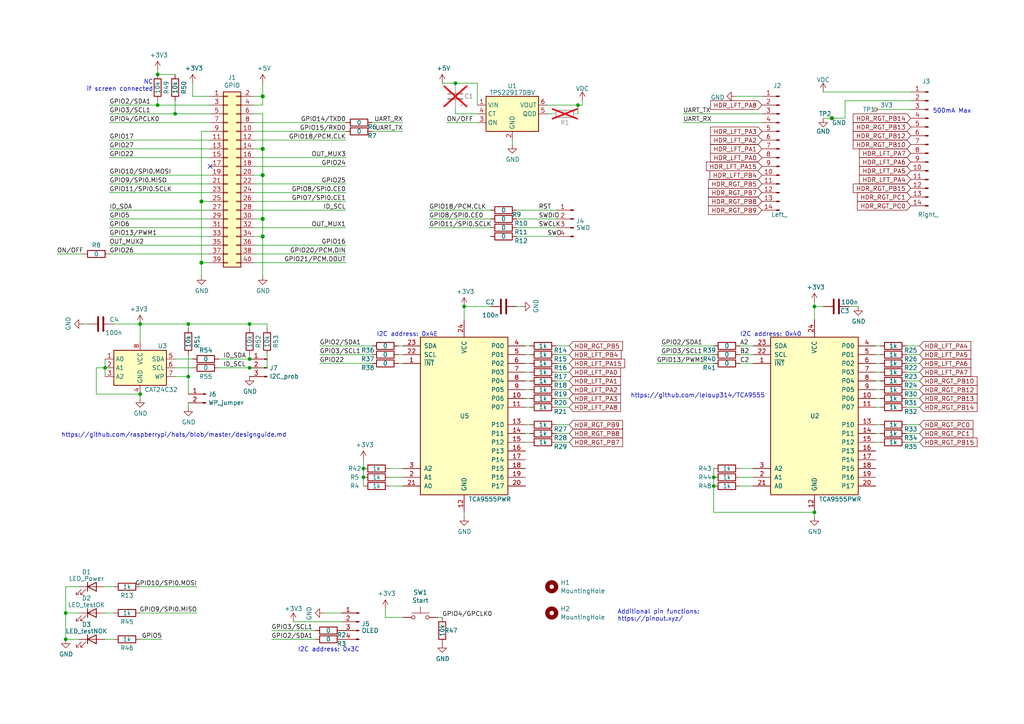
<source format=kicad_sch>
(kicad_sch (version 20230121) (generator eeschema)
  (paper "A4")
  (title_block (date "15 nov 2012"))
  (junction (at 236.22 88.9))
  (junction (at 76.2 27.94) (diameter 1.016))
  (junction (at 76.2 43.18) (diameter 1.016))
  (junction (at 45.72 21.59))
  (junction (at 30.48 106.68))
  (junction (at 40.64 93.98))
  (junction (at 72.39 106.68))
  (junction (at 54.61 93.98))
  (junction (at 236.22 148.59))
  (junction (at 207.01 138.43))
  (junction (at 50.8 33.02))
  (junction (at 58.42 76.2) (diameter 1.016))
  (junction (at 19.05 185.42))
  (junction (at 105.41 135.89))
  (junction (at 58.42 58.42) (diameter 1.016))
  (junction (at 19.05 177.8))
  (junction (at 45.72 30.48))
  (junction (at 54.61 109.22))
  (junction (at 132.08 24.13))
  (junction (at 76.2 68.58) (diameter 1.016))
  (junction (at 40.64 114.3))
  (junction (at 76.2 63.5) (diameter 1.016))
  (junction (at 167.64 30.48))
  (junction (at 72.39 104.14))
  (junction (at 76.2 50.8) (diameter 1.016))
  (junction (at 207.01 140.97))
  (junction (at 241.3 34.29))
  (junction (at 105.41 138.43))
  (junction (at 134.62 88.9))
  (junction (at 72.39 93.98))
  (no_connect (at 60.96 48.26))
  (wire (pts (xy 58.42 58.42) (xy 58.42 76.2)))
  (wire (pts (xy 214.63 140.97) (xy 218.44 140.97)))
  (wire (pts (xy 73.66 58.42) (xy 100.33 58.42)))
  (wire (pts (xy 46.99 185.42) (xy 40.64 185.42)))
  (wire (pts (xy 19.05 177.8) (xy 22.86 177.8)))
  (wire (pts (xy 60.96 40.64) (xy 31.75 40.64)))
  (wire (pts (xy 158.75 33.02) (xy 160.02 33.02)))
  (wire (pts (xy 33.02 185.42) (xy 30.48 185.42)))
  (wire (pts (xy 25.4 93.98) (xy 24.13 93.98)))
  (wire (pts (xy 111.76 179.07) (xy 111.76 176.53)))
  (wire (pts (xy 236.22 149.86) (xy 236.22 148.59)))
  (wire (pts (xy 76.2 33.02) (xy 76.2 43.18)))
  (wire (pts (xy 149.86 63.5) (xy 161.29 63.5)))
  (wire (pts (xy 76.2 50.8) (xy 73.66 50.8)))
  (wire (pts (xy 113.03 140.97) (xy 116.84 140.97)))
  (wire (pts (xy 50.8 29.21) (xy 50.8 33.02)))
  (wire (pts (xy 207.01 148.59) (xy 207.01 140.97)))
  (wire (pts (xy 214.63 100.33) (xy 218.44 100.33)))
  (wire (pts (xy 134.62 148.59) (xy 134.62 149.86)))
  (wire (pts (xy 113.03 135.89) (xy 116.84 135.89)))
  (wire (pts (xy 107.95 38.1) (xy 116.84 38.1)))
  (wire (pts (xy 76.2 63.5) (xy 76.2 68.58)))
  (wire (pts (xy 50.8 106.68) (xy 55.88 106.68)))
  (wire (pts (xy 45.72 21.59) (xy 50.8 21.59)))
  (wire (pts (xy 45.72 20.32) (xy 45.72 21.59)))
  (wire (pts (xy 266.7 113.03) (xy 262.89 113.03)))
  (wire (pts (xy 207.01 138.43) (xy 207.01 140.97)))
  (wire (pts (xy 76.2 50.8) (xy 76.2 63.5)))
  (wire (pts (xy 266.7 125.73) (xy 262.89 125.73)))
  (wire (pts (xy 241.3 34.29) (xy 238.76 34.29)))
  (wire (pts (xy 190.5 105.41) (xy 207.01 105.41)))
  (wire (pts (xy 73.66 35.56) (xy 100.33 35.56)))
  (wire (pts (xy 165.1 115.57) (xy 161.29 115.57)))
  (wire (pts (xy 72.39 104.14) (xy 72.39 102.87)))
  (wire (pts (xy 78.74 185.42) (xy 91.44 185.42)))
  (wire (pts (xy 58.42 38.1) (xy 58.42 58.42)))
  (wire (pts (xy 54.61 93.98) (xy 40.64 93.98)))
  (wire (pts (xy 40.64 114.3) (xy 40.64 115.57)))
  (wire (pts (xy 40.64 93.98) (xy 40.64 99.06)))
  (wire (pts (xy 255.27 123.19) (xy 254 123.19)))
  (wire (pts (xy 19.05 185.42) (xy 22.86 185.42)))
  (wire (pts (xy 254 118.11) (xy 255.27 118.11)))
  (wire (pts (xy 72.39 106.68) (xy 77.47 106.68)))
  (wire (pts (xy 214.63 138.43) (xy 218.44 138.43)))
  (wire (pts (xy 58.42 38.1) (xy 60.96 38.1)))
  (wire (pts (xy 27.94 114.3) (xy 40.64 114.3)))
  (wire (pts (xy 57.15 170.18) (xy 40.64 170.18)))
  (wire (pts (xy 73.66 55.88) (xy 100.33 55.88)))
  (wire (pts (xy 19.05 177.8) (xy 19.05 185.42)))
  (wire (pts (xy 236.22 148.59) (xy 207.01 148.59)))
  (wire (pts (xy 60.96 60.96) (xy 31.75 60.96)))
  (wire (pts (xy 153.67 113.03) (xy 152.4 113.03)))
  (wire (pts (xy 31.75 63.5) (xy 60.96 63.5)))
  (wire (pts (xy 105.41 133.35) (xy 105.41 135.89)))
  (wire (pts (xy 214.63 102.87) (xy 218.44 102.87)))
  (wire (pts (xy 22.86 170.18) (xy 19.05 170.18)))
  (wire (pts (xy 266.7 123.19) (xy 262.89 123.19)))
  (wire (pts (xy 134.62 88.9) (xy 142.24 88.9)))
  (wire (pts (xy 167.64 30.48) (xy 168.91 30.48)))
  (wire (pts (xy 58.42 58.42) (xy 60.96 58.42)))
  (wire (pts (xy 158.75 30.48) (xy 167.64 30.48)))
  (wire (pts (xy 262.89 100.33) (xy 266.7 100.33)))
  (wire (pts (xy 149.86 66.04) (xy 161.29 66.04)))
  (wire (pts (xy 73.66 45.72) (xy 100.33 45.72)))
  (wire (pts (xy 54.61 93.98) (xy 54.61 95.25)))
  (wire (pts (xy 236.22 88.9) (xy 236.22 87.63)))
  (wire (pts (xy 115.57 102.87) (xy 116.84 102.87)))
  (wire (pts (xy 30.48 104.14) (xy 30.48 106.68)))
  (wire (pts (xy 127 179.07) (xy 128.27 179.07)))
  (wire (pts (xy 16.51 73.66) (xy 24.13 73.66)))
  (wire (pts (xy 255.27 110.49) (xy 254 110.49)))
  (wire (pts (xy 73.66 76.2) (xy 100.33 76.2)))
  (wire (pts (xy 58.42 76.2) (xy 58.42 80.01)))
  (wire (pts (xy 31.75 43.18) (xy 60.96 43.18)))
  (wire (pts (xy 57.15 177.8) (xy 40.64 177.8)))
  (wire (pts (xy 55.88 24.13) (xy 55.88 27.94)))
  (wire (pts (xy 191.77 102.87) (xy 207.01 102.87)))
  (wire (pts (xy 165.1 100.33) (xy 161.29 100.33)))
  (wire (pts (xy 266.7 110.49) (xy 262.89 110.49)))
  (wire (pts (xy 246.38 88.9) (xy 248.92 88.9)))
  (wire (pts (xy 153.67 102.87) (xy 152.4 102.87)))
  (wire (pts (xy 153.67 125.73) (xy 152.4 125.73)))
  (wire (pts (xy 165.1 123.19) (xy 161.29 123.19)))
  (wire (pts (xy 76.2 68.58) (xy 73.66 68.58)))
  (wire (pts (xy 149.86 60.96) (xy 161.29 60.96)))
  (wire (pts (xy 31.75 33.02) (xy 50.8 33.02)))
  (wire (pts (xy 85.09 180.34) (xy 99.06 180.34)))
  (wire (pts (xy 78.74 182.88) (xy 91.44 182.88)))
  (wire (pts (xy 266.7 102.87) (xy 262.89 102.87)))
  (wire (pts (xy 255.27 102.87) (xy 254 102.87)))
  (wire (pts (xy 77.47 102.87) (xy 77.47 106.68)))
  (wire (pts (xy 31.75 55.88) (xy 60.96 55.88)))
  (wire (pts (xy 134.62 88.9) (xy 134.62 92.71)))
  (wire (pts (xy 255.27 107.95) (xy 254 107.95)))
  (wire (pts (xy 54.61 109.22) (xy 54.61 114.3)))
  (wire (pts (xy 63.5 104.14) (xy 72.39 104.14)))
  (wire (pts (xy 245.11 29.21) (xy 245.11 34.29)))
  (wire (pts (xy 60.96 30.48) (xy 45.72 30.48)))
  (wire (pts (xy 128.27 24.13) (xy 132.08 24.13)))
  (wire (pts (xy 76.2 27.94) (xy 76.2 30.48)))
  (wire (pts (xy 105.41 138.43) (xy 105.41 135.89)))
  (wire (pts (xy 149.86 68.58) (xy 161.29 68.58)))
  (wire (pts (xy 76.2 43.18) (xy 76.2 50.8)))
  (wire (pts (xy 113.03 138.43) (xy 116.84 138.43)))
  (wire (pts (xy 73.66 40.64) (xy 100.33 40.64)))
  (wire (pts (xy 165.1 107.95) (xy 161.29 107.95)))
  (wire (pts (xy 254 113.03) (xy 255.27 113.03)))
  (wire (pts (xy 76.2 43.18) (xy 73.66 43.18)))
  (wire (pts (xy 76.2 24.13) (xy 76.2 27.94)))
  (wire (pts (xy 31.75 35.56) (xy 60.96 35.56)))
  (wire (pts (xy 153.67 115.57) (xy 152.4 115.57)))
  (wire (pts (xy 76.2 27.94) (xy 73.66 27.94)))
  (wire (pts (xy 266.7 118.11) (xy 262.89 118.11)))
  (wire (pts (xy 73.66 48.26) (xy 100.33 48.26)))
  (wire (pts (xy 50.8 104.14) (xy 55.88 104.14)))
  (wire (pts (xy 54.61 102.87) (xy 54.61 109.22)))
  (wire (pts (xy 73.66 38.1) (xy 100.33 38.1)))
  (wire (pts (xy 198.12 33.02) (xy 220.98 33.02)))
  (wire (pts (xy 266.7 128.27) (xy 262.89 128.27)))
  (wire (pts (xy 142.24 60.96) (xy 124.46 60.96)))
  (wire (pts (xy 129.54 35.56) (xy 138.43 35.56)))
  (wire (pts (xy 31.75 45.72) (xy 60.96 45.72)))
  (wire (pts (xy 31.75 53.34) (xy 60.96 53.34)))
  (wire (pts (xy 153.67 110.49) (xy 152.4 110.49)))
  (wire (pts (xy 33.02 170.18) (xy 30.48 170.18)))
  (wire (pts (xy 255.27 105.41) (xy 254 105.41)))
  (wire (pts (xy 165.1 118.11) (xy 161.29 118.11)))
  (wire (pts (xy 132.08 33.02) (xy 132.08 31.75)))
  (wire (pts (xy 50.8 33.02) (xy 60.96 33.02)))
  (wire (pts (xy 255.27 100.33) (xy 254 100.33)))
  (wire (pts (xy 31.75 66.04) (xy 60.96 66.04)))
  (wire (pts (xy 76.2 30.48) (xy 73.66 30.48)))
  (wire (pts (xy 40.64 93.98) (xy 33.02 93.98)))
  (wire (pts (xy 254 115.57) (xy 255.27 115.57)))
  (wire (pts (xy 236.22 88.9) (xy 238.76 88.9)))
  (wire (pts (xy 72.39 93.98) (xy 72.39 95.25)))
  (wire (pts (xy 31.75 71.12) (xy 60.96 71.12)))
  (wire (pts (xy 165.1 128.27) (xy 161.29 128.27)))
  (wire (pts (xy 73.66 71.12) (xy 100.33 71.12)))
  (wire (pts (xy 153.67 100.33) (xy 152.4 100.33)))
  (wire (pts (xy 165.1 105.41) (xy 161.29 105.41)))
  (wire (pts (xy 149.86 88.9) (xy 151.13 88.9)))
  (wire (pts (xy 245.11 34.29) (xy 241.3 34.29)))
  (wire (pts (xy 148.59 40.64) (xy 148.59 41.91)))
  (wire (pts (xy 54.61 93.98) (xy 72.39 93.98)))
  (wire (pts (xy 73.66 66.04) (xy 100.33 66.04)))
  (wire (pts (xy 30.48 106.68) (xy 27.94 106.68)))
  (wire (pts (xy 19.05 170.18) (xy 19.05 177.8)))
  (wire (pts (xy 58.42 76.2) (xy 60.96 76.2)))
  (wire (pts (xy 115.57 105.41) (xy 116.84 105.41)))
  (wire (pts (xy 73.66 73.66) (xy 100.33 73.66)))
  (wire (pts (xy 27.94 106.68) (xy 27.94 114.3)))
  (wire (pts (xy 266.7 115.57) (xy 262.89 115.57)))
  (wire (pts (xy 76.2 33.02) (xy 73.66 33.02)))
  (wire (pts (xy 153.67 123.19) (xy 152.4 123.19)))
  (wire (pts (xy 31.75 73.66) (xy 60.96 73.66)))
  (wire (pts (xy 72.39 93.98) (xy 77.47 93.98)))
  (wire (pts (xy 153.67 107.95) (xy 152.4 107.95)))
  (wire (pts (xy 115.57 100.33) (xy 116.84 100.33)))
  (wire (pts (xy 77.47 93.98) (xy 77.47 95.25)))
  (wire (pts (xy 54.61 118.11) (xy 54.61 116.84)))
  (wire (pts (xy 266.7 107.95) (xy 262.89 107.95)))
  (wire (pts (xy 214.63 135.89) (xy 218.44 135.89)))
  (wire (pts (xy 165.1 102.87) (xy 161.29 102.87)))
  (wire (pts (xy 167.64 30.48) (xy 167.64 33.02)))
  (wire (pts (xy 153.67 128.27) (xy 152.4 128.27)))
  (wire (pts (xy 107.95 35.56) (xy 116.84 35.56)))
  (wire (pts (xy 45.72 30.48) (xy 31.75 30.48)))
  (wire (pts (xy 92.71 100.33) (xy 107.95 100.33)))
  (wire (pts (xy 255.27 128.27) (xy 254 128.27)))
  (wire (pts (xy 153.67 118.11) (xy 152.4 118.11)))
  (wire (pts (xy 50.8 109.22) (xy 54.61 109.22)))
  (wire (pts (xy 245.11 29.21) (xy 264.16 29.21)))
  (wire (pts (xy 92.71 105.41) (xy 107.95 105.41)))
  (wire (pts (xy 138.43 24.13) (xy 138.43 30.48)))
  (wire (pts (xy 63.5 106.68) (xy 72.39 106.68)))
  (wire (pts (xy 153.67 105.41) (xy 152.4 105.41)))
  (wire (pts (xy 266.7 105.41) (xy 262.89 105.41)))
  (wire (pts (xy 165.1 125.73) (xy 161.29 125.73)))
  (wire (pts (xy 165.1 113.03) (xy 161.29 113.03)))
  (wire (pts (xy 76.2 68.58) (xy 76.2 80.01)))
  (wire (pts (xy 236.22 88.9) (xy 236.22 92.71)))
  (wire (pts (xy 73.66 53.34) (xy 100.33 53.34)))
  (wire (pts (xy 60.96 68.58) (xy 31.75 68.58)))
  (wire (pts (xy 255.27 125.73) (xy 254 125.73)))
  (wire (pts (xy 92.71 102.87) (xy 107.95 102.87)))
  (wire (pts (xy 30.48 106.68) (xy 30.48 109.22)))
  (wire (pts (xy 220.98 27.94) (xy 213.36 27.94)))
  (wire (pts (xy 45.72 29.21) (xy 45.72 30.48)))
  (wire (pts (xy 76.2 63.5) (xy 73.66 63.5)))
  (wire (pts (xy 55.88 27.94) (xy 60.96 27.94)))
  (wire (pts (xy 116.84 179.07) (xy 111.76 179.07)))
  (wire (pts (xy 198.12 35.56) (xy 220.98 35.56)))
  (wire (pts (xy 124.46 66.04) (xy 142.24 66.04)))
  (wire (pts (xy 214.63 105.41) (xy 218.44 105.41)))
  (wire (pts (xy 254 31.75) (xy 264.16 31.75)))
  (wire (pts (xy 168.91 30.48) (xy 168.91 29.21)))
  (wire (pts (xy 191.77 100.33) (xy 207.01 100.33)))
  (wire (pts (xy 93.98 177.8) (xy 99.06 177.8)))
  (wire (pts (xy 105.41 138.43) (xy 105.41 140.97)))
  (wire (pts (xy 138.43 33.02) (xy 132.08 33.02)))
  (wire (pts (xy 124.46 63.5) (xy 142.24 63.5)))
  (wire (pts (xy 207.01 138.43) (xy 207.01 135.89)))
  (wire (pts (xy 60.96 50.8) (xy 31.75 50.8)))
  (wire (pts (xy 73.66 60.96) (xy 100.33 60.96)))
  (wire (pts (xy 238.76 26.67) (xy 264.16 26.67)))
  (wire (pts (xy 132.08 24.13) (xy 138.43 24.13)))
  (wire (pts (xy 165.1 110.49) (xy 161.29 110.49)))
  (wire (pts (xy 33.02 177.8) (xy 30.48 177.8)))
  (text "https://github.com/leloup314/TCA9555" (at 182.88 115.57 0) (effects (font (size 1.27 1.27)) (justify left bottom)))
  (text "https://github.com/raspberrypi/hats/blob/master/designguide.md" (at 17.78 127 0) (effects (font (size 1.27 1.27)) (justify left bottom)))
  (text "NC\nif screen connected" (at 44.45 26.67 0) (effects (font (size 1.27 1.27)) (justify right bottom)))
  (text "Additional pin functions:\nhttps://pinout.xyz/" (at 179.07 180.34 0) (effects (font (size 1.27 1.27)) (justify left bottom)))
  (text "I2C address: 0x4E" (at 109.22 97.79 0) (effects (font (size 1.27 1.27)) (justify left bottom)))
  (text "500mA Max" (at 270.51 33.02 0) (effects (font (size 1.27 1.27)) (justify left bottom)))
  (text "I2C address: 0x40" (at 214.63 97.79 0) (effects (font (size 1.27 1.27)) (justify left bottom)))
  (text "I2C address: 0x3C" (at 86.36 189.23 0) (effects (font (size 1.27 1.27)) (justify left bottom)))
  (label "UART_RX" (at 116.84 35.56 180))
  (label "ID_SDA" (at 31.75 60.96 0))
  (label "GPIO6" (at 31.75 66.04 0))
  (label "UART_TX" (at 116.84 38.1 180))
  (label "GPIO5" (at 46.99 185.42 180))
  (label "ID_SCL" (at 100.33 60.96 180))
  (label "RST" (at 156.21 60.96 0))
  (label "C2" (at 214.63 105.41 0))
  (label "GPIO5" (at 31.75 63.5 0))
  (label "GPIO21{slash}PCM.DOUT" (at 100.33 76.2 180))
  (label "GPIO10{slash}SPI0.MOSI" (at 31.75 50.8 0))
  (label "GPIO9{slash}SPI0.MISO" (at 31.75 53.34 0))
  (label "SWDIO" (at 156.21 63.5 0))
  (label "UART_TX" (at 198.12 33.02 0))
  (label "A2" (at 214.63 100.33 0))
  (label "OUT_MUX2" (at 31.75 71.12 0))
  (label "GPIO13{slash}PWM1" (at 190.5 105.41 0))
  (label "GPIO4{slash}GPCLK0" (at 31.75 35.56 0))
  (label "GPIO3{slash}SCL1" (at 191.77 102.87 0))
  (label "SWCLK" (at 156.21 66.04 0))
  (label "GPIO27" (at 31.75 43.18 0))
  (label "ON{slash}OFF" (at 16.51 73.66 0))
  (label "GPIO26" (at 31.75 73.66 0))
  (label "GPIO14{slash}TXD0" (at 100.33 35.56 180))
  (label "GPIO8{slash}SPI0.CE0" (at 100.33 55.88 180))
  (label "GPIO15{slash}RXD0" (at 100.33 38.1 180))
  (label "SWO" (at 158.75 68.58 0))
  (label "GPIO16" (at 100.33 71.12 180))
  (label "GPIO3{slash}SCL1" (at 92.71 102.87 0))
  (label "ID_SCL" (at 64.77 106.68 0))
  (label "GPIO10{slash}SPI0.MOSI" (at 57.15 170.18 180))
  (label "GPIO9{slash}SPI0.MISO" (at 57.15 177.8 180))
  (label "GPIO2{slash}SDA1" (at 92.71 100.33 0))
  (label "GPIO22" (at 31.75 45.72 0))
  (label "OUT_MUX1" (at 100.33 66.04 180))
  (label "GPIO17" (at 31.75 40.64 0))
  (label "GPIO4{slash}GPCLK0" (at 128.27 179.07 0))
  (label "B2" (at 214.63 102.87 0))
  (label "GPIO25" (at 100.33 53.34 180))
  (label "GPIO3{slash}SCL1" (at 31.75 33.02 0))
  (label "GPIO18{slash}PCM.CLK" (at 100.33 40.64 180))
  (label "GPIO2{slash}SDA1" (at 31.75 30.48 0))
  (label "GPIO8{slash}SPI0.CE0" (at 124.46 63.5 0))
  (label "GPIO3{slash}SCL1" (at 78.74 182.88 0))
  (label "GPIO11{slash}SPI0.SCLK" (at 124.46 66.04 0))
  (label "GPIO2{slash}SDA1" (at 191.77 100.33 0))
  (label "GPIO13{slash}PWM1" (at 31.75 68.58 0))
  (label "GPIO20{slash}PCM.DIN" (at 100.33 73.66 180))
  (label "GPIO24" (at 100.33 48.26 180))
  (label "GPIO2{slash}SDA1" (at 78.74 185.42 0))
  (label "GPIO7{slash}SPI0.CE1" (at 100.33 58.42 180))
  (label "GPIO22" (at 92.71 105.41 0))
  (label "UART_RX" (at 198.12 35.56 0))
  (label "ID_SDA" (at 64.77 104.14 0))
  (label "OUT_MUX3" (at 100.33 45.72 180))
  (label "GPIO18{slash}PCM.CLK" (at 124.46 60.96 0))
  (label "ON{slash}OFF" (at 129.54 35.56 0))
  (label "GPIO11{slash}SPI0.SCLK" (at 31.75 55.88 0))
  (global_label "HDR_LFT_PA8" (shape input) (at 220.98 30.48 180) (property "Intersheetrefs" "${INTERSHEET_REFS}" (effects hide)))
  (global_label "HDR_LFT_PA2" (shape input) (at 220.98 40.64 180) (property "Intersheetrefs" "${INTERSHEET_REFS}" (effects hide)))
  (global_label "HDR_RGT_PB14" (shape input) (at 266.7 118.11 0) (property "Intersheetrefs" "${INTERSHEET_REFS}" (effects hide)))
  (global_label "HDR_LFT_PA7" (shape input) (at 266.7 107.95 0) (property "Intersheetrefs" "${INTERSHEET_REFS}" (effects hide)))
  (global_label "HDR_RGT_PB9" (shape input) (at 220.98 60.96 180) (property "Intersheetrefs" "${INTERSHEET_REFS}" (effects hide)))
  (global_label "HDR_LFT_PA3" (shape input) (at 220.98 38.1 180) (property "Intersheetrefs" "${INTERSHEET_REFS}" (effects hide)))
  (global_label "HDR_RGT_PB5" (shape input) (at 220.98 53.34 180) (property "Intersheetrefs" "${INTERSHEET_REFS}" (effects hide)))
  (global_label "HDR_LFT_PA1" (shape input) (at 220.98 43.18 180) (property "Intersheetrefs" "${INTERSHEET_REFS}" (effects hide)))
  (global_label "HDR_LFT_PA3" (shape input) (at 165.1 115.57 0) (property "Intersheetrefs" "${INTERSHEET_REFS}" (effects hide)))
  (global_label "HDR_LFT_PA15" (shape input) (at 220.98 48.26 180) (property "Intersheetrefs" "${INTERSHEET_REFS}" (effects hide)))
  (global_label "HDR_RGT_PB8" (shape input) (at 165.1 125.73 0) (property "Intersheetrefs" "${INTERSHEET_REFS}" (effects hide)))
  (global_label "HDR_RGT_PB10" (shape input) (at 266.7 110.49 0) (property "Intersheetrefs" "${INTERSHEET_REFS}" (effects hide)))
  (global_label "HDR_LFT_PA5" (shape input) (at 264.16 49.53 180) (property "Intersheetrefs" "${INTERSHEET_REFS}" (effects hide)))
  (global_label "HDR_RGT_PC1" (shape input) (at 266.7 125.73 0) (property "Intersheetrefs" "${INTERSHEET_REFS}" (effects hide)))
  (global_label "HDR_RGT_PB12" (shape input) (at 266.7 113.03 0) (property "Intersheetrefs" "${INTERSHEET_REFS}" (effects hide)))
  (global_label "HDR_LFT_PA6" (shape input) (at 264.16 46.99 180) (property "Intersheetrefs" "${INTERSHEET_REFS}" (effects hide)))
  (global_label "HDR_LFT_PA2" (shape input) (at 165.1 113.03 0) (property "Intersheetrefs" "${INTERSHEET_REFS}" (effects hide)))
  (global_label "HDR_RGT_PB14" (shape input) (at 264.16 34.29 180) (property "Intersheetrefs" "${INTERSHEET_REFS}" (effects hide)))
  (global_label "HDR_LFT_PB4" (shape input) (at 220.98 50.8 180) (property "Intersheetrefs" "${INTERSHEET_REFS}" (effects hide)))
  (global_label "HDR_RGT_PB8" (shape input) (at 220.98 58.42 180) (property "Intersheetrefs" "${INTERSHEET_REFS}" (effects hide)))
  (global_label "HDR_LFT_PA4" (shape input) (at 266.7 100.33 0) (property "Intersheetrefs" "${INTERSHEET_REFS}" (effects hide)))
  (global_label "HDR_RGT_PB9" (shape input) (at 165.1 123.19 0) (property "Intersheetrefs" "${INTERSHEET_REFS}" (effects hide)))
  (global_label "HDR_RGT_PB13" (shape input) (at 264.16 36.83 180) (property "Intersheetrefs" "${INTERSHEET_REFS}" (effects hide)))
  (global_label "HDR_LFT_PA4" (shape input) (at 264.16 52.07 180) (property "Intersheetrefs" "${INTERSHEET_REFS}" (effects hide)))
  (global_label "HDR_LFT_PA15" (shape input) (at 165.1 105.41 0) (property "Intersheetrefs" "${INTERSHEET_REFS}" (effects hide)))
  (global_label "HDR_RGT_PB7" (shape input) (at 165.1 128.27 0) (property "Intersheetrefs" "${INTERSHEET_REFS}" (effects hide)))
  (global_label "HDR_LFT_PA8" (shape input) (at 165.1 118.11 0) (property "Intersheetrefs" "${INTERSHEET_REFS}" (effects hide)))
  (global_label "HDR_RGT_PC0" (shape input) (at 264.16 59.69 180) (property "Intersheetrefs" "${INTERSHEET_REFS}" (effects hide)))
  (global_label "HDR_LFT_PA1" (shape input) (at 165.1 110.49 0) (property "Intersheetrefs" "${INTERSHEET_REFS}" (effects hide)))
  (global_label "HDR_RGT_PB15" (shape input) (at 264.16 54.61 180) (property "Intersheetrefs" "${INTERSHEET_REFS}" (effects hide)))
  (global_label "HDR_RGT_PB7" (shape input) (at 220.98 55.88 180) (property "Intersheetrefs" "${INTERSHEET_REFS}" (effects hide)))
  (global_label "HDR_LFT_PA7" (shape input) (at 264.16 44.45 180) (property "Intersheetrefs" "${INTERSHEET_REFS}" (effects hide)))
  (global_label "HDR_RGT_PB5" (shape input) (at 165.1 100.33 0) (property "Intersheetrefs" "${INTERSHEET_REFS}" (effects hide)))
  (global_label "HDR_RGT_PB12" (shape input) (at 264.16 39.37 180) (property "Intersheetrefs" "${INTERSHEET_REFS}" (effects hide)))
  (global_label "HDR_RGT_PB10" (shape input) (at 264.16 41.91 180) (property "Intersheetrefs" "${INTERSHEET_REFS}" (effects hide)))
  (global_label "HDR_LFT_PA0" (shape input) (at 220.98 45.72 180) (property "Intersheetrefs" "${INTERSHEET_REFS}" (effects hide)))
  (global_label "HDR_LFT_PA0" (shape input) (at 165.1 107.95 0) (property "Intersheetrefs" "${INTERSHEET_REFS}" (effects hide)))
  (global_label "HDR_RGT_PC0" (shape input) (at 266.7 123.19 0) (property "Intersheetrefs" "${INTERSHEET_REFS}" (effects hide)))
  (global_label "HDR_LFT_PA6" (shape input) (at 266.7 105.41 0) (property "Intersheetrefs" "${INTERSHEET_REFS}" (effects hide)))
  (global_label "HDR_RGT_PB13" (shape input) (at 266.7 115.57 0) (property "Intersheetrefs" "${INTERSHEET_REFS}" (effects hide)))
  (global_label "HDR_RGT_PC1" (shape input) (at 264.16 57.15 180) (property "Intersheetrefs" "${INTERSHEET_REFS}" (effects hide)))
  (global_label "HDR_RGT_PB15" (shape input) (at 266.7 128.27 0) (property "Intersheetrefs" "${INTERSHEET_REFS}" (effects hide)))
  (global_label "HDR_LFT_PA5" (shape input) (at 266.7 102.87 0) (property "Intersheetrefs" "${INTERSHEET_REFS}" (effects hide)))
  (global_label "HDR_LFT_PB4" (shape input) (at 165.1 102.87 0) (property "Intersheetrefs" "${INTERSHEET_REFS}" (effects hide)))
  (symbol (lib_id "power:+5V") (at 76.2 24.13 0) (unit 1)
    (property "Reference" "#PWR01" (effects hide))
    (property "Value" "+5V" (at 76.5683 19.8056 0))
  )
  (symbol (lib_id "power:+3.3V") (at 55.88 24.13 0) (unit 1)
    (property "Reference" "#PWR04" (effects hide))
    (property "Value" "+3.3V" (at 56.2483 19.8056 0))
  )
  (symbol (lib_id "power:GND") (at 76.2 80.01 0) (unit 1)
    (property "Reference" "#PWR02" (effects hide))
    (property "Value" "GND" (at 76.3143 84.3344 0))
  )
  (symbol (lib_id "power:GND") (at 58.42 80.01 0) (unit 1)
    (property "Reference" "#PWR03" (effects hide))
    (property "Value" "GND" (at 58.5343 84.3344 0))
  )
  (symbol (lib_id "Connector_Generic:Conn_02x20_Odd_Even") (at 66.04 50.8 0) (unit 1)
    (property "Reference" "J1" (at 67.31 22.4598 0))
    (property "Value" "GPIO" (at 67.31 24.765 0))
    (property "Footprint" "Connector_PinSocket_2.54mm:PinSocket_2x20_P2.54mm_Vertical" (effects hide))
  )
  (symbol (lib_id "Connector:Conn_01x02_Pin") (at 59.69 114.3 0) (mirror y) (unit 1)
    (property "Reference" "J6" (at 60.4012 114.3579 0) (effects (justify right)))
    (property "Value" "WP_jumper" (at 60.4012 116.7821 0) (effects (justify right)))
    (property "Footprint" "Connector_PinHeader_2.54mm:PinHeader_1x02_P2.54mm_Vertical" (effects hide))
  )
  (symbol (lib_id "Device:R") (at 157.48 105.41 90) (mirror x) (unit 1)
    (property "Reference" "R16" (at 162.56 106.68 90))
    (property "Value" "1k" (at 157.48 105.41 90))
    (property "Footprint" "Resistor_SMD:R_0603_1608Metric" (effects hide))
  )
  (symbol (lib_id "Mechanical:MountingHole") (at 160.02 177.8 0) (unit 1)
    (property "Reference" "H2" (at 162.56 176.5879 0) (effects (justify left)))
    (property "Value" "MountingHole" (at 162.56 179.0121 0) (effects (justify left)))
    (property "Footprint" "MountingHole:MountingHole_3.2mm_M3_ISO14580" (effects hide))
  )
  (symbol (lib_id "Device:R") (at 157.48 118.11 270) (mirror x) (unit 1)
    (property "Reference" "R21" (at 162.56 119.38 90))
    (property "Value" "1k" (at 157.48 118.11 90))
    (property "Footprint" "Resistor_SMD:R_0603_1608Metric" (effects hide))
  )
  (symbol (lib_id "Device:LED") (at 26.67 170.18 0) (unit 1)
    (property "Reference" "D1" (at 25.0825 165.9001 0))
    (property "Value" "LED_Power" (at 25.0825 167.8211 0))
    (property "Footprint" "LED_SMD:LED_0603_1608Metric" (effects hide))
  )
  (symbol (lib_id "Connector:Conn_01x14_Pin") (at 226.06 43.18 0) (mirror y) (unit 1)
    (property "Reference" "J2" (at 225.425 24.8539 0))
    (property "Value" "Left_" (at 226.06 62.23 0))
    (property "Footprint" "Connector_PinSocket_2.54mm:PinSocket_1x14_P2.54mm_Vertical" (effects hide))
  )
  (symbol (lib_id "Device:R") (at 157.48 102.87 270) (mirror x) (unit 1)
    (property "Reference" "R15" (at 162.56 104.14 90))
    (property "Value" "1k" (at 157.48 102.87 90))
    (property "Footprint" "Resistor_SMD:R_0603_1608Metric" (effects hide))
  )
  (symbol (lib_id "Memory_EEPROM:CAT24C128") (at 40.64 106.68 0) (unit 1)
    (property "Reference" "U3" (at 45.72 100.33 0) (effects (justify left)))
    (property "Value" "CAT24C32" (at 41.91 113.03 0) (effects (justify left)))
    (property "Footprint" "Package_SO:SOIC-8_3.9x4.9mm_P1.27mm" (effects hide))
    (property "Datasheet" "https://www.onsemi.com/pub/Collateral/CAT24C128-D.PDF" (effects hide))
  )
  (symbol (lib_id "Device:R") (at 72.39 99.06 0) (mirror y) (unit 1)
    (property "Reference" "R52" (at 74.93 99.06 90))
    (property "Value" "10k" (at 72.39 99.06 90))
    (property "Footprint" "Resistor_SMD:R_0603_1608Metric" (effects hide))
  )
  (symbol (lib_id "Device:R") (at 146.05 63.5 90) (unit 1)
    (property "Reference" "R10" (at 151.13 64.77 90))
    (property "Value" "0" (at 146.05 63.5 90))
    (property "Footprint" "Resistor_SMD:R_0603_1608Metric" (effects hide))
  )
  (symbol (lib_id "Device:R") (at 259.08 125.73 90) (mirror x) (unit 1)
    (property "Reference" "R34" (at 264.16 127 90))
    (property "Value" "1k" (at 259.08 125.73 90))
    (property "Footprint" "Resistor_SMD:R_0603_1608Metric" (effects hide))
  )
  (symbol (lib_id "power:VDC") (at 168.91 29.21 0) (unit 1)
    (property "Reference" "#PWR010" (effects hide))
    (property "Value" "VDC" (at 168.91 25.7081 0))
  )
  (symbol (lib_id "Device:R") (at 210.82 105.41 270) (unit 1)
    (property "Reference" "R41" (at 205.74 106.68 90))
    (property "Value" "0" (at 210.82 105.41 90))
    (property "Footprint" "Resistor_SMD:R_0603_1608Metric" (effects hide))
  )
  (symbol (lib_id "power:GND") (at 238.76 34.29 0) (mirror y) (unit 1)
    (property "Reference" "#PWR07" (effects hide))
    (property "Value" "GND" (at 238.76 38.1 0))
  )
  (symbol (lib_id "power:GND") (at 236.22 149.86 0) (unit 1)
    (property "Reference" "#PWR016" (effects hide))
    (property "Value" "GND" (at 236.3343 154.1844 0))
  )
  (symbol (lib_id "Device:R") (at 210.82 140.97 90) (mirror x) (unit 1)
    (property "Reference" "R48" (at 204.47 140.97 90))
    (property "Value" "1k" (at 210.82 140.97 90))
    (property "Footprint" "Resistor_SMD:R_0603_1608Metric" (effects hide))
  )
  (symbol (lib_id "Device:C") (at 29.21 93.98 270) (mirror x) (unit 1)
    (property "Reference" "C4" (at 31.75 92.71 90) (effects (justify left)))
    (property "Value" "100n" (at 30.48 96.52 90) (effects (justify left)))
    (property "Footprint" "Capacitor_SMD:C_0603_1608Metric" (effects hide))
  )
  (symbol (lib_id "Device:R") (at 157.48 107.95 270) (mirror x) (unit 1)
    (property "Reference" "R17" (at 162.56 109.22 90))
    (property "Value" "1k" (at 157.48 107.95 90))
    (property "Footprint" "Resistor_SMD:R_0603_1608Metric" (effects hide))
  )
  (symbol (lib_id "Power_Management:TPS22917DBV") (at 148.59 33.02 0) (unit 1)
    (property "Reference" "U1" (at 148.59 24.9301 0))
    (property "Value" "TPS22917DBV" (at 148.59 26.8511 0))
    (property "Footprint" "Package_TO_SOT_SMD:SOT-23-6" (effects hide))
    (property "Datasheet" "http://www.ti.com/lit/ds/symlink/tps22917.pdf" (effects hide))
  )
  (symbol (lib_id "Device:R") (at 157.48 110.49 90) (mirror x) (unit 1)
    (property "Reference" "R18" (at 162.56 111.76 90))
    (property "Value" "1k" (at 157.48 110.49 90))
    (property "Footprint" "Resistor_SMD:R_0603_1608Metric" (effects hide))
  )
  (symbol (lib_id "power:GND") (at 93.98 177.8 270) (unit 1)
    (property "Reference" "#PWR026" (effects hide))
    (property "Value" "GND" (at 89.6556 177.9143 0))
  )
  (symbol (lib_id "Device:R") (at 45.72 25.4 0) (mirror x) (unit 1)
    (property "Reference" "R49" (at 48.26 25.4 90))
    (property "Value" "10k" (at 45.72 25.4 90))
    (property "Footprint" "Resistor_SMD:R_0603_1608Metric" (effects hide))
  )
  (symbol (lib_id "power:GND") (at 72.39 109.22 0) (unit 1)
    (property "Reference" "#PWR031" (effects hide))
    (property "Value" "GND" (at 72.5043 113.5444 0))
  )
  (symbol (lib_id "power:GND") (at 151.13 88.9 90) (unit 1)
    (property "Reference" "#PWR014" (effects hide))
    (property "Value" "GND" (at 155.4544 88.7857 0))
  )
  (symbol (lib_id "Device:R") (at 36.83 170.18 270) (unit 1)
    (property "Reference" "R13" (at 36.83 172.72 90))
    (property "Value" "1k" (at 36.83 170.18 90))
    (property "Footprint" "Resistor_SMD:R_0603_1608Metric" (effects hide))
  )
  (symbol (lib_id "Device:R") (at 104.14 38.1 90) (unit 1)
    (property "Reference" "R7" (at 107.95 39.37 90))
    (property "Value" "0" (at 104.14 38.1 90))
    (property "Footprint" "Resistor_SMD:R_0603_1608Metric" (effects hide))
  )
  (symbol (lib_id "Device:R") (at 259.08 123.19 270) (mirror x) (unit 1)
    (property "Reference" "R33" (at 264.16 124.46 90))
    (property "Value" "1k" (at 259.08 123.19 90))
    (property "Footprint" "Resistor_SMD:R_0603_1608Metric" (effects hide))
  )
  (symbol (lib_id "Device:R") (at 259.08 115.57 270) (mirror x) (unit 1)
    (property "Reference" "R31" (at 264.16 116.84 90))
    (property "Value" "1k" (at 259.08 115.57 90))
    (property "Footprint" "Resistor_SMD:R_0603_1608Metric" (effects hide))
  )
  (symbol (lib_id "Switch:SW_Push") (at 121.92 179.07 0) (unit 1)
    (property "Reference" "SW1" (at 121.92 171.831 0))
    (property "Value" "Start" (at 121.92 174.1424 0))
    (property "Footprint" "Button_Switch_SMD:SW_SPST_CK_RS282G05A3" (effects hide))
  )
  (symbol (lib_id "Device:R") (at 210.82 138.43 270) (mirror x) (unit 1)
    (property "Reference" "R44" (at 204.47 138.43 90))
    (property "Value" "1k" (at 210.82 138.43 90))
    (property "Footprint" "Resistor_SMD:R_0603_1608Metric" (effects hide))
  )
  (symbol (lib_id "Device:R") (at 109.22 140.97 90) (mirror x) (unit 1)
    (property "Reference" "R4" (at 102.87 140.97 90))
    (property "Value" "1k" (at 109.22 140.97 90))
    (property "Footprint" "Resistor_SMD:R_0603_1608Metric" (effects hide))
  )
  (symbol (lib_id "Device:R") (at 157.48 113.03 270) (mirror x) (unit 1)
    (property "Reference" "R19" (at 162.56 114.3 90))
    (property "Value" "1k" (at 157.48 113.03 90))
    (property "Footprint" "Resistor_SMD:R_0603_1608Metric" (effects hide))
  )
  (symbol (lib_id "power:+3.3V") (at 236.22 87.63 0) (unit 1)
    (property "Reference" "#PWR017" (effects hide))
    (property "Value" "+3.3V" (at 236.5883 83.3056 0))
  )
  (symbol (lib_id "power:GND") (at 213.36 27.94 270) (mirror x) (unit 1)
    (property "Reference" "#PWR05" (effects hide))
    (property "Value" "GND" (at 210.1851 28.2568 90) (effects (justify right)))
  )
  (symbol (lib_id "Device:R") (at 259.08 107.95 270) (mirror x) (unit 1)
    (property "Reference" "R23" (at 264.16 109.22 90))
    (property "Value" "1k" (at 259.08 107.95 90))
    (property "Footprint" "Resistor_SMD:R_0603_1608Metric" (effects hide))
  )
  (symbol (lib_id "power:+3.3V") (at 40.64 93.98 0) (mirror y) (unit 1)
    (property "Reference" "#PWR028" (effects hide))
    (property "Value" "+3.3V" (at 40.2717 89.6556 0))
  )
  (symbol (lib_id "Device:R") (at 54.61 99.06 0) (mirror y) (unit 1)
    (property "Reference" "R51" (at 57.15 99.06 90))
    (property "Value" "10k" (at 54.61 99.06 90))
    (property "Footprint" "Resistor_SMD:R_0603_1608Metric" (effects hide))
  )
  (symbol (lib_id "Device:R") (at 163.83 33.02 270) (unit 1) (in_bom no) (dnp yes)
    (property "Reference" "R1" (at 163.83 35.56 90))
    (property "Value" "1k" (at 163.83 33.02 90))
    (property "Footprint" "Resistor_SMD:R_0603_1608Metric" (effects hide))
  )
  (symbol (lib_id "power:+3.3V") (at 45.72 20.32 0) (unit 1)
    (property "Reference" "#PWR021" (effects hide))
    (property "Value" "+3.3V" (at 46.0883 15.9956 0))
  )
  (symbol (lib_id "Device:R") (at 259.08 100.33 270) (mirror x) (unit 1)
    (property "Reference" "R25" (at 264.16 101.6 90))
    (property "Value" "1k" (at 259.08 100.33 90))
    (property "Footprint" "Resistor_SMD:R_0603_1608Metric" (effects hide))
  )
  (symbol (lib_id "Device:R") (at 27.94 73.66 270) (unit 1)
    (property "Reference" "R8" (at 27.94 71.12 90))
    (property "Value" "0" (at 27.94 73.66 90))
    (property "Footprint" "Resistor_SMD:R_0603_1608Metric" (effects hide))
  )
  (symbol (lib_id "power:GND") (at 248.92 88.9 0) (unit 1)
    (property "Reference" "#PWR013" (effects hide))
    (property "Value" "GND" (at 249.0343 93.2244 0))
  )
  (symbol (lib_id "power:GND") (at 54.61 118.11 0) (unit 1)
    (property "Reference" "#PWR030" (effects hide))
    (property "Value" "GND" (at 54.7243 122.4344 0))
  )
  (symbol (lib_id "Device:R") (at 36.83 185.42 270) (unit 1)
    (property "Reference" "R46" (at 36.83 187.96 90))
    (property "Value" "1k" (at 36.83 185.42 90))
    (property "Footprint" "Resistor_SMD:R_0603_1608Metric" (effects hide))
  )
  (symbol (lib_id "power:+3.3V") (at 85.09 180.34 0) (unit 1)
    (property "Reference" "#PWR027" (effects hide))
    (property "Value" "+3.3V" (at 85.09 176.53 0))
  )
  (symbol (lib_id "Device:R") (at 109.22 138.43 270) (mirror x) (unit 1)
    (property "Reference" "R5" (at 102.87 138.43 90))
    (property "Value" "1k" (at 109.22 138.43 90))
    (property "Footprint" "Resistor_SMD:R_0603_1608Metric" (effects hide))
  )
  (symbol (lib_id "Device:R") (at 259.08 110.49 90) (mirror x) (unit 1)
    (property "Reference" "R24" (at 264.16 111.76 90))
    (property "Value" "1k" (at 259.08 110.49 90))
    (property "Footprint" "Resistor_SMD:R_0603_1608Metric" (effects hide))
  )
  (symbol (lib_id "Connector:Conn_01x03_Pin") (at 77.47 106.68 0) (mirror y) (unit 1)
    (property "Reference" "J7" (at 78.1812 106.7379 0) (effects (justify right)))
    (property "Value" "I2C_prob" (at 78.1812 109.1621 0) (effects (justify right)))
    (property "Footprint" "Connector_PinHeader_2.54mm:PinHeader_1x03_P2.54mm_Vertical" (effects hide))
  )
  (symbol (lib_id "Connector:TestPoint_Small") (at 241.3 34.29 0) (unit 1)
    (property "Reference" "TP2" (at 237.49 33.02 0) (effects (justify left)))
    (property "Value" "GND" (at 241.3 35.56 0) (effects (justify left)))
    (property "Footprint" "TestPoint:TestPoint_Pad_D2.0mm" (effects hide))
  )
  (symbol (lib_id "power:GND") (at 128.27 186.69 0) (unit 1)
    (property "Reference" "#PWR025" (effects hide))
    (property "Value" "GND" (at 128.397 191.0842 0))
  )
  (symbol (lib_id "Device:R") (at 259.08 118.11 90) (mirror x) (unit 1)
    (property "Reference" "R32" (at 264.16 119.38 90))
    (property "Value" "1k" (at 259.08 118.11 90))
    (property "Footprint" "Resistor_SMD:R_0603_1608Metric" (effects hide))
  )
  (symbol (lib_id "Device:R") (at 146.05 68.58 90) (unit 1)
    (property "Reference" "R12" (at 151.13 69.85 90))
    (property "Value" "0" (at 146.05 68.58 90))
    (property "Footprint" "Resistor_SMD:R_0603_1608Metric" (effects hide))
  )
  (symbol (lib_id "Device:R") (at 259.08 113.03 90) (mirror x) (unit 1)
    (property "Reference" "R30" (at 264.16 114.3 90))
    (property "Value" "1k" (at 259.08 113.03 90))
    (property "Footprint" "Resistor_SMD:R_0603_1608Metric" (effects hide))
  )
  (symbol (lib_id "Device:R") (at 111.76 100.33 270) (unit 1)
    (property "Reference" "R36" (at 106.68 101.6 90))
    (property "Value" "0" (at 111.76 100.33 90))
    (property "Footprint" "Resistor_SMD:R_0603_1608Metric" (effects hide))
  )
  (symbol (lib_id "Device:R") (at 59.69 106.68 270) (unit 1)
    (property "Reference" "R55" (at 59.69 109.22 90))
    (property "Value" "0" (at 59.69 106.68 90))
    (property "Footprint" "Resistor_SMD:R_0603_1608Metric" (effects hide))
  )
  (symbol (lib_id "Mechanical:MountingHole") (at 160.02 170.18 0) (unit 1)
    (property "Reference" "H1" (at 162.56 168.9679 0) (effects (justify left)))
    (property "Value" "MountingHole" (at 162.56 171.3921 0) (effects (justify left)))
    (property "Footprint" "MountingHole:MountingHole_3.2mm_M3_ISO14580" (effects hide))
  )
  (symbol (lib_id "Connector:TestPoint_Small") (at 254 31.75 0) (unit 1)
    (property "Reference" "TP1" (at 250.19 31.75 0) (effects (justify left)))
    (property "Value" "3V3" (at 255.27 30.48 0) (effects (justify left)))
    (property "Footprint" "TestPoint:TestPoint_Pad_D2.0mm" (effects hide))
  )
  (symbol (lib_id "Device:R") (at 157.48 125.73 90) (mirror x) (unit 1)
    (property "Reference" "R28" (at 162.56 127 90))
    (property "Value" "1k" (at 157.48 125.73 90))
    (property "Footprint" "Resistor_SMD:R_0603_1608Metric" (effects hide))
  )
  (symbol (lib_id "Device:R") (at 128.27 182.88 180) (unit 1)
    (property "Reference" "R47" (at 130.81 182.88 0))
    (property "Value" "10k" (at 128.27 182.88 90))
    (property "Footprint" "Resistor_SMD:R_0603_1608Metric" (effects hide))
  )
  (symbol (lib_id "Device:R") (at 157.48 128.27 270) (mirror x) (unit 1)
    (property "Reference" "R29" (at 162.56 129.54 90))
    (property "Value" "1k" (at 157.48 128.27 90))
    (property "Footprint" "Resistor_SMD:R_0603_1608Metric" (effects hide))
  )
  (symbol (lib_id "Device:R") (at 50.8 25.4 0) (mirror y) (unit 1)
    (property "Reference" "R50" (at 53.34 25.4 90))
    (property "Value" "10k" (at 50.8 25.4 90))
    (property "Footprint" "Resistor_SMD:R_0603_1608Metric" (effects hide))
  )
  (symbol (lib_id "Device:R") (at 210.82 100.33 270) (unit 1)
    (property "Reference" "R39" (at 205.74 101.6 90))
    (property "Value" "0" (at 210.82 100.33 90))
    (property "Footprint" "Resistor_SMD:R_0603_1608Metric" (effects hide))
  )
  (symbol (lib_id "Device:C") (at 132.08 27.94 0) (unit 1) (in_bom no) (dnp yes)
    (property "Reference" "C1" (at 134.62 27.94 0) (effects (justify left)))
    (property "Value" "~" (at 133.35 30.48 0) (effects (justify left)))
    (property "Footprint" "Capacitor_SMD:C_0603_1608Metric" (effects hide))
  )
  (symbol (lib_id "Device:R") (at 157.48 100.33 90) (mirror x) (unit 1)
    (property "Reference" "R14" (at 162.56 101.6 90))
    (property "Value" "1k" (at 157.48 100.33 90))
    (property "Footprint" "Resistor_SMD:R_0603_1608Metric" (effects hide))
  )
  (symbol (lib_id "Interface_Expansion:TCA9555PWR") (at 236.22 120.65 0) (unit 1)
    (property "Reference" "U2" (at 234.95 120.65 0) (effects (justify left)))
    (property "Value" "TCA9555PWR" (at 237.49 144.78 0) (effects (justify left)))
    (property "Footprint" "Package_SO:TSSOP-24_4.4x7.8mm_P0.65mm" (effects hide))
    (property "Datasheet" "http://www.ti.com/lit/ds/symlink/tca9555.pdf" (effects hide))
  )
  (symbol (lib_id "power:+3.3V") (at 134.62 88.9 0) (unit 1)
    (property "Reference" "#PWR012" (effects hide))
    (property "Value" "+3.3V" (at 134.9883 84.5756 0))
  )
  (symbol (lib_id "Device:R") (at 104.14 35.56 270) (unit 1)
    (property "Reference" "R6" (at 107.95 36.83 90))
    (property "Value" "0" (at 104.14 35.56 90))
    (property "Footprint" "Resistor_SMD:R_0603_1608Metric" (effects hide))
  )
  (symbol (lib_id "Connector:Conn_01x04_Pin") (at 166.37 63.5 0) (mirror y) (unit 1)
    (property "Reference" "J4" (at 167.0812 64.1263 0) (effects (justify right)))
    (property "Value" "SWD" (at 167.0812 66.0473 0) (effects (justify right)))
    (property "Footprint" "Connector_PinHeader_1.27mm:PinHeader_1x04_P1.27mm_Vertical" (effects hide))
  )
  (symbol (lib_id "Device:R") (at 109.22 135.89 90) (mirror x) (unit 1)
    (property "Reference" "R42" (at 102.87 135.89 90))
    (property "Value" "1k" (at 109.22 135.89 90))
    (property "Footprint" "Resistor_SMD:R_0603_1608Metric" (effects hide))
  )
  (symbol (lib_id "power:+3.3V") (at 105.41 133.35 0) (unit 1)
    (property "Reference" "#PWR015" (effects hide))
    (property "Value" "+3.3V" (at 105.7783 129.0256 0))
  )
  (symbol (lib_id "power:GND") (at 148.59 41.91 0) (unit 1)
    (property "Reference" "#PWR011" (effects hide))
    (property "Value" "GND" (at 148.7043 46.2344 0))
  )
  (symbol (lib_id "Device:R") (at 77.47 99.06 0) (mirror y) (unit 1)
    (property "Reference" "R53" (at 80.01 99.06 90))
    (property "Value" "10k" (at 77.47 99.06 90))
    (property "Footprint" "Resistor_SMD:R_0603_1608Metric" (effects hide))
  )
  (symbol (lib_id "power:+3.3V") (at 111.76 176.53 0) (unit 1)
    (property "Reference" "#PWR024" (effects hide))
    (property "Value" "+3.3V" (at 112.141 172.1358 0))
  )
  (symbol (lib_id "Connector:Conn_01x14_Pin") (at 269.24 41.91 0) (mirror y) (unit 1)
    (property "Reference" "J3" (at 268.605 23.5839 0))
    (property "Value" "Right_" (at 269.24 62.23 0))
    (property "Footprint" "Connector_PinSocket_2.54mm:PinSocket_1x14_P2.54mm_Vertical" (effects hide))
  )
  (symbol (lib_id "Device:R") (at 259.08 102.87 90) (mirror x) (unit 1)
    (property "Reference" "R26" (at 264.16 104.14 90))
    (property "Value" "1k" (at 259.08 102.87 90))
    (property "Footprint" "Resistor_SMD:R_0603_1608Metric" (effects hide))
  )
  (symbol (lib_id "Device:C") (at 242.57 88.9 90) (unit 1)
    (property "Reference" "C3" (at 246.38 90.17 90) (effects (justify left)))
    (property "Value" "100n" (at 248.92 87.63 90) (effects (justify left)))
    (property "Footprint" "Capacitor_SMD:C_0603_1608Metric" (effects hide))
  )
  (symbol (lib_id "power:GND") (at 134.62 149.86 0) (unit 1)
    (property "Reference" "#PWR08" (effects hide))
    (property "Value" "GND" (at 134.7343 154.1844 0))
  )
  (symbol (lib_id "Device:R") (at 111.76 105.41 270) (unit 1)
    (property "Reference" "R38" (at 106.68 106.68 90))
    (property "Value" "0" (at 111.76 105.41 90))
    (property "Footprint" "Resistor_SMD:R_0603_1608Metric" (effects hide))
  )
  (symbol (lib_id "Device:R") (at 259.08 128.27 270) (mirror x) (unit 1)
    (property "Reference" "R35" (at 264.16 129.54 90))
    (property "Value" "1k" (at 259.08 128.27 90))
    (property "Footprint" "Resistor_SMD:R_0603_1608Metric" (effects hide))
  )
  (symbol (lib_id "power:VDC") (at 238.76 26.67 0) (unit 1)
    (property "Reference" "#PWR06" (effects hide))
    (property "Value" "VDC" (at 238.76 23.1681 0))
  )
  (symbol (lib_id "Device:C") (at 146.05 88.9 90) (unit 1)
    (property "Reference" "C2" (at 143.51 87.63 90) (effects (justify left)))
    (property "Value" "100n" (at 144.78 91.44 90) (effects (justify left)))
    (property "Footprint" "Capacitor_SMD:C_0603_1608Metric" (effects hide))
  )
  (symbol (lib_id "Device:R") (at 157.48 115.57 90) (mirror x) (unit 1)
    (property "Reference" "R20" (at 162.56 116.84 90))
    (property "Value" "1k" (at 157.48 115.57 90))
    (property "Footprint" "Resistor_SMD:R_0603_1608Metric" (effects hide))
  )
  (symbol (lib_id "Device:LED") (at 26.67 177.8 0) (unit 1)
    (property "Reference" "D2" (at 25.0825 173.5201 0))
    (property "Value" "LED_testOK" (at 25.0825 175.4411 0))
    (property "Footprint" "LED_SMD:LED_0603_1608Metric" (effects hide))
  )
  (symbol (lib_id "Device:R") (at 146.05 66.04 90) (unit 1)
    (property "Reference" "R11" (at 151.13 67.31 90))
    (property "Value" "0" (at 146.05 66.04 90))
    (property "Footprint" "Resistor_SMD:R_0603_1608Metric" (effects hide))
  )
  (symbol (lib_id "power:GND") (at 24.13 93.98 270) (mirror x) (unit 1)
    (property "Reference" "#PWR029" (effects hide))
    (property "Value" "GND" (at 19.8056 93.8657 0))
  )
  (symbol (lib_id "Device:R") (at 210.82 135.89 90) (mirror x) (unit 1)
    (property "Reference" "R43" (at 204.47 135.89 90))
    (property "Value" "1k" (at 210.82 135.89 90))
    (property "Footprint" "Resistor_SMD:R_0603_1608Metric" (effects hide))
  )
  (symbol (lib_id "Device:R") (at 157.48 123.19 270) (mirror x) (unit 1)
    (property "Reference" "R27" (at 162.56 124.46 90))
    (property "Value" "1k" (at 157.48 123.19 90))
    (property "Footprint" "Resistor_SMD:R_0603_1608Metric" (effects hide))
  )
  (symbol (lib_id "Device:R") (at 146.05 60.96 90) (unit 1)
    (property "Reference" "R9" (at 149.86 62.23 90))
    (property "Value" "0" (at 146.05 60.96 90))
    (property "Footprint" "Resistor_SMD:R_0603_1608Metric" (effects hide))
  )
  (symbol (lib_id "Device:R") (at 95.25 182.88 270) (unit 1)
    (property "Reference" "R2" (at 99.06 184.15 90))
    (property "Value" "0" (at 95.25 182.88 90))
    (property "Footprint" "Resistor_SMD:R_0603_1608Metric" (effects hide))
  )
  (symbol (lib_id "Device:R") (at 111.76 102.87 90) (unit 1)
    (property "Reference" "R37" (at 106.68 104.14 90))
    (property "Value" "0" (at 111.76 102.87 90))
    (property "Footprint" "Resistor_SMD:R_0603_1608Metric" (effects hide))
  )
  (symbol (lib_id "Device:R") (at 259.08 105.41 90) (mirror x) (unit 1)
    (property "Reference" "R22" (at 264.16 106.68 90))
    (property "Value" "1k" (at 259.08 105.41 90))
    (property "Footprint" "Resistor_SMD:R_0603_1608Metric" (effects hide))
  )
  (symbol (lib_id "Device:R") (at 59.69 104.14 90) (unit 1)
    (property "Reference" "R54" (at 59.69 101.6 90))
    (property "Value" "0" (at 59.69 104.14 90))
    (property "Footprint" "Resistor_SMD:R_0603_1608Metric" (effects hide))
  )
  (symbol (lib_id "power:GND") (at 40.64 115.57 0) (unit 1)
    (property "Reference" "#PWR022" (effects hide))
    (property "Value" "GND" (at 40.7543 119.8944 0))
  )
  (symbol (lib_id "Device:R") (at 95.25 185.42 90) (unit 1)
    (property "Reference" "R3" (at 99.06 186.69 90))
    (property "Value" "0" (at 95.25 185.42 90))
    (property "Footprint" "Resistor_SMD:R_0603_1608Metric" (effects hide))
  )
  (symbol (lib_id "Device:LED") (at 26.67 185.42 0) (unit 1)
    (property "Reference" "D3" (at 25.0825 181.1401 0))
    (property "Value" "LED_testNOK" (at 25.0825 183.0611 0))
    (property "Footprint" "LED_SMD:LED_0603_1608Metric" (effects hide))
  )
  (symbol (lib_id "power:GND") (at 19.05 185.42 0) (unit 1)
    (property "Reference" "#PWR023" (effects hide))
    (property "Value" "GND" (at 19.1643 189.7444 0))
  )
  (symbol (lib_id "Connector:Conn_01x04_Pin") (at 104.14 180.34 0) (mirror y) (unit 1)
    (property "Reference" "J5" (at 104.8512 180.9663 0) (effects (justify right)))
    (property "Value" "OLED" (at 104.8512 182.8873 0) (effects (justify right)))
    (property "Footprint" "Connector_PinHeader_2.54mm:PinHeader_1x04_P2.54mm_Vertical" (effects hide))
  )
  (symbol (lib_id "Interface_Expansion:TCA9555PWR") (at 134.62 120.65 0) (unit 1)
    (property "Reference" "U5" (at 133.35 120.65 0) (effects (justify left)))
    (property "Value" "TCA9555PWR" (at 135.89 144.78 0) (effects (justify left)))
    (property "Footprint" "Package_SO:TSSOP-24_4.4x7.8mm_P0.65mm" (effects hide))
    (property "Datasheet" "http://www.ti.com/lit/ds/symlink/tca9555.pdf" (effects hide))
  )
  (symbol (lib_id "Device:R") (at 210.82 102.87 90) (unit 1)
    (property "Reference" "R40" (at 205.74 104.14 90))
    (property "Value" "0" (at 210.82 102.87 90))
    (property "Footprint" "Resistor_SMD:R_0603_1608Metric" (effects hide))
  )
  (symbol (lib_id "power:+5V") (at 128.27 24.13 0) (unit 1)
    (property "Reference" "#PWR09" (effects hide))
    (property "Value" "+5V" (at 128.6383 19.8056 0))
  )
  (symbol (lib_id "Device:R") (at 36.83 177.8 270) (unit 1)
    (property "Reference" "R45" (at 36.83 180.34 90))
    (property "Value" "1k" (at 36.83 177.8 90))
    (property "Footprint" "Resistor_SMD:R_0603_1608Metric" (effects hide))
  )
)
</source>
